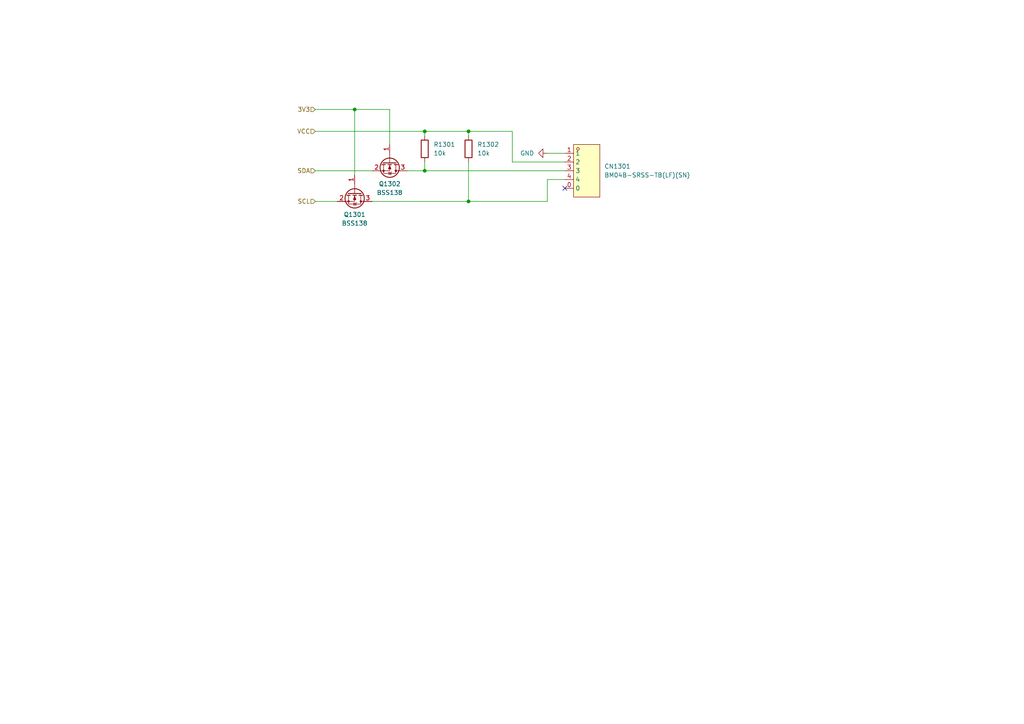
<source format=kicad_sch>
(kicad_sch (version 20231120) (generator "eeschema") (generator_version "8.0")
  (paper "A4")
  (lib_symbols
    (symbol "Device:R" (pin_numbers hide) (pin_names (offset 0))
      (property "Reference" "R" (at 2.032 0 90))
      (property "Value" "R" (at 0 0 90))
      (symbol "R_0_1"
        (rectangle (start -1.016 -2.54) (end 1.016 2.54) (stroke (width 0.254)))
      )
      (symbol "R_1_1"
        (pin passive line (at 0 3.81 270) (length 1.27) (name "~") (number "1"))
        (pin passive line (at 0 -3.81 90) (length 1.27) (name "~") (number "2"))
      )
    )
    (symbol "Transistor_FET:BSS138" (pin_names hide)
      (property "Reference" "Q" (at 5.08 1.905 0))
      (property "Value" "BSS138" (at 5.08 0 0))
      (symbol "BSS138_0_1"
        (polyline (pts (xy 0.254 0) (xy -2.54 0)))
        (polyline (pts (xy 0.254 1.905) (xy 0.254 -1.905)) (stroke (width 0.254)))
        (polyline (pts (xy 0.762 -1.27) (xy 0.762 -2.286)) (stroke (width 0.254)))
        (polyline (pts (xy 0.762 0.508) (xy 0.762 -0.508)) (stroke (width 0.254)))
        (polyline (pts (xy 0.762 2.286) (xy 0.762 1.27)) (stroke (width 0.254)))
        (polyline (pts (xy 2.54 2.54) (xy 2.54 1.778)))
        (polyline (pts (xy 2.54 -2.54) (xy 2.54 0) (xy 0.762 0)))
        (polyline (pts (xy 0.762 -1.778) (xy 3.302 -1.778) (xy 3.302 1.778) (xy 0.762 1.778)))
        (polyline (pts (xy 1.016 0) (xy 2.032 0.381) (xy 2.032 -0.381) (xy 1.016 0)) (fill (type outline)))
        (polyline (pts (xy 2.794 0.508) (xy 2.921 0.381) (xy 3.683 0.381) (xy 3.81 0.254)))
        (polyline (pts (xy 3.302 0.381) (xy 2.921 -0.254) (xy 3.683 -0.254) (xy 3.302 0.381)))
        (circle (center 1.651 0) (radius 2.794) (stroke (width 0.254)))
        (circle (center 2.54 -1.778) (radius 0.254) (fill (type outline)))
        (circle (center 2.54 1.778) (radius 0.254) (fill (type outline)))
      )
      (symbol "BSS138_1_1"
        (pin input line (at -5.08 0 0) (length 2.54) (name "G") (number "1"))
        (pin passive line (at 2.54 -5.08 90) (length 2.54) (name "S") (number "2"))
        (pin passive line (at 2.54 5.08 270) (length 2.54) (name "D") (number "3"))
      )
    )
    (symbol "easyeda2kicad:BM04B-SRSS-TB(LF)(SN)"
      (property "Reference" "CN" (at 0 10.16 0))
      (property "Value" "BM04B-SRSS-TB(LF)(SN)" (at 0 -10.16 0))
      (symbol "BM04B-SRSS-TB(LF)(SN)_0_1"
        (rectangle (start -2.54 7.62) (end 5.08 -7.62) (fill (type background)))
        (circle (center -1.27 6.35) (radius 0.38))
        (pin unspecified line (at -5.08 -5.08 0) (length 2.54) (name "0") (number "0"))
        (pin unspecified line (at -5.08 5.08 0) (length 2.54) (name "1") (number "1"))
        (pin unspecified line (at -5.08 2.54 0) (length 2.54) (name "2") (number "2"))
        (pin unspecified line (at -5.08 0 0) (length 2.54) (name "3") (number "3"))
        (pin unspecified line (at -5.08 -2.54 0) (length 2.54) (name "4") (number "4"))
      )
    )
    (symbol "power:GND" (power) (pin_numbers hide) (pin_names (offset 0) hide)
      (property "Value" "GND" (at 0 -3.81 0))
      (symbol "GND_0_1"
        (polyline (pts (xy 0 0) (xy 0 -1.27) (xy 1.27 -1.27) (xy 0 -2.54) (xy -1.27 -1.27) (xy 0 -1.27)))
      )
      (symbol "GND_1_1"
        (pin power_in line (at 0 0 270) (length 0) (name "~") (number "1"))
      )
    )
  )
  (junction (at 102.87 31.75))
  (junction (at 135.89 58.42))
  (junction (at 123.19 38.1))
  (junction (at 135.89 38.1))
  (junction (at 123.19 49.53))
  (no_connect (at 163.83 54.61))
  (wire (pts (xy 102.87 50.8) (xy 102.87 31.75)))
  (wire (pts (xy 113.03 31.75) (xy 102.87 31.75)))
  (wire (pts (xy 102.87 31.75) (xy 91.44 31.75)))
  (wire (pts (xy 123.19 46.99) (xy 123.19 49.53)))
  (wire (pts (xy 135.89 58.42) (xy 158.75 58.42)))
  (wire (pts (xy 118.11 49.53) (xy 123.19 49.53)))
  (wire (pts (xy 123.19 38.1) (xy 123.19 39.37)))
  (wire (pts (xy 113.03 41.91) (xy 113.03 31.75)))
  (wire (pts (xy 148.59 38.1) (xy 148.59 46.99)))
  (wire (pts (xy 91.44 38.1) (xy 123.19 38.1)))
  (wire (pts (xy 135.89 38.1) (xy 148.59 38.1)))
  (wire (pts (xy 91.44 58.42) (xy 97.79 58.42)))
  (wire (pts (xy 158.75 58.42) (xy 158.75 52.07)))
  (wire (pts (xy 123.19 38.1) (xy 135.89 38.1)))
  (wire (pts (xy 107.95 58.42) (xy 135.89 58.42)))
  (wire (pts (xy 158.75 44.45) (xy 163.83 44.45)))
  (wire (pts (xy 91.44 49.53) (xy 107.95 49.53)))
  (wire (pts (xy 148.59 46.99) (xy 163.83 46.99)))
  (wire (pts (xy 158.75 52.07) (xy 163.83 52.07)))
  (wire (pts (xy 123.19 49.53) (xy 163.83 49.53)))
  (wire (pts (xy 135.89 38.1) (xy 135.89 39.37)))
  (wire (pts (xy 135.89 46.99) (xy 135.89 58.42)))
  (hierarchical_label "SDA" (shape input) (at 91.44 49.53 180))
  (hierarchical_label "SCL" (shape input) (at 91.44 58.42 180))
  (hierarchical_label "VCC" (shape input) (at 91.44 38.1 180))
  (hierarchical_label "3V3" (shape input) (at 91.44 31.75 180))
  (symbol (lib_id "power:GND") (at 158.75 44.45 270) (unit 1)
    (property "Reference" "#PWR01301" (effects (hide yes)))
    (property "Value" "GND" (at 154.94 44.4499 90) (effects (justify right)))
    (property "Description" "Power symbol creates a global label with name \"GND\" , ground" (effects (hide yes)))
  )
  (symbol (lib_id "Device:R") (at 123.19 43.18 0) (unit 1)
    (property "Reference" "R1301" (at 125.73 41.9099 0) (effects (justify left)))
    (property "Value" "10k" (at 125.73 44.4499 0) (effects (justify left)))
    (property "Footprint" "Resistor_SMD:R_0603_1608Metric" (effects (hide yes)))
    (property "Description" "Resistor" (effects (hide yes)))
  )
  (symbol (lib_id "easyeda2kicad:BM04B-SRSS-TB(LF)(SN)") (at 168.91 49.53 0) (unit 1)
    (property "Reference" "CN1301" (at 175.26 48.2599 0) (effects (justify left)))
    (property "Value" "BM04B-SRSS-TB(LF)(SN)" (at 175.26 50.7999 0) (effects (justify left)))
    (property "Footprint" "easyeda2kicad:CONN-SMD_BM04B-SRSS-TB" (effects (hide yes)))
    (property "Datasheet" "https://lcsc.com/product-detail/Others_JST-Sales-America__JST-Sales-America-BM04B-SRSS-TB-LF-SN_C160390.html" (effects (hide yes)))
    (property "LCSC Part" "C160390" (effects (hide yes)))
  )
  (symbol (lib_id "Transistor_FET:BSS138") (at 102.87 55.88 270) (unit 1)
    (property "Reference" "Q1301" (at 102.87 62.23 90))
    (property "Value" "BSS138" (at 102.87 64.77 90))
    (property "Footprint" "Package_TO_SOT_SMD:SOT-23" (effects (hide yes)))
    (property "Datasheet" "https://www.onsemi.com/pub/Collateral/BSS138-D.PDF" (effects (hide yes)))
    (property "Description" "50V Vds, 0.22A Id, N-Channel MOSFET, SOT-23" (effects (hide yes)))
  )
  (symbol (lib_id "Device:R") (at 135.89 43.18 0) (unit 1)
    (property "Reference" "R1302" (at 138.43 41.9099 0) (effects (justify left)))
    (property "Value" "10k" (at 138.43 44.4499 0) (effects (justify left)))
    (property "Footprint" "Resistor_SMD:R_0603_1608Metric" (effects (hide yes)))
    (property "Description" "Resistor" (effects (hide yes)))
  )
  (symbol (lib_id "Transistor_FET:BSS138") (at 113.03 46.99 270) (unit 1)
    (property "Reference" "Q1302" (at 113.03 53.34 90))
    (property "Value" "BSS138" (at 113.03 55.88 90))
    (property "Footprint" "Package_TO_SOT_SMD:SOT-23" (effects (hide yes)))
    (property "Datasheet" "https://www.onsemi.com/pub/Collateral/BSS138-D.PDF" (effects (hide yes)))
    (property "Description" "50V Vds, 0.22A Id, N-Channel MOSFET, SOT-23" (effects (hide yes)))
  )
)
</source>
